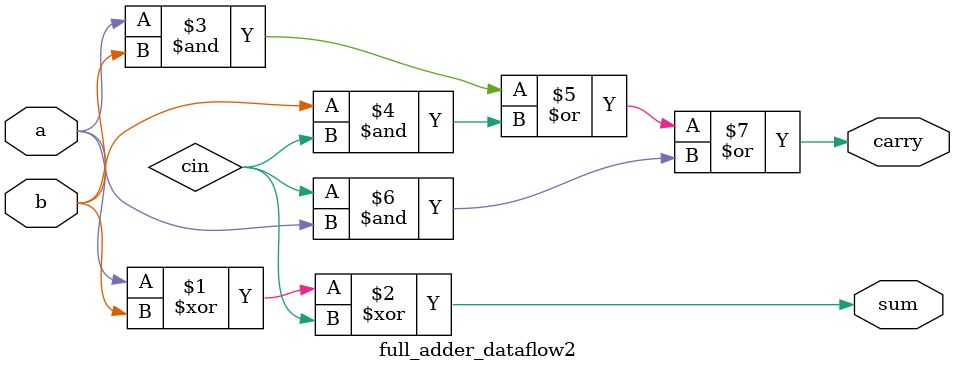
<source format=v>
`timescale 10ns/10ps

module full_adder_dataflow2 (a,b,sum,carry); 

input a,b; 

output sum, carry; 

assign sum   = a ^ b ^cin ;
assign carry = (a&b) | (b&cin) | (cin&a); 

endmodule

</source>
